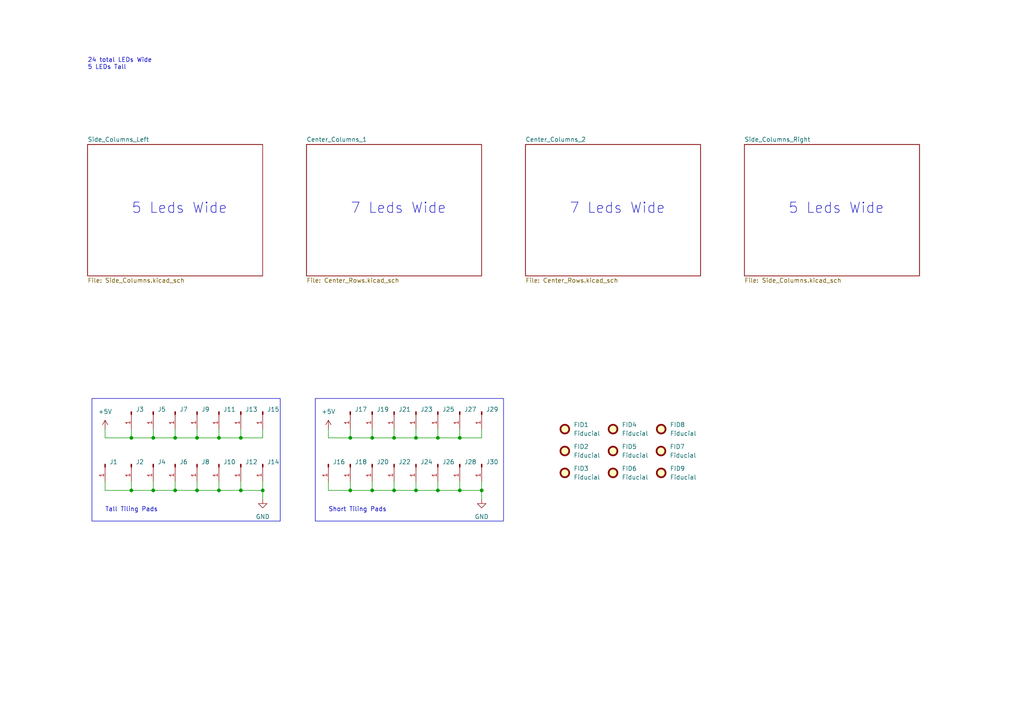
<source format=kicad_sch>
(kicad_sch (version 20230121) (generator eeschema)
  (paper "A4")
  (lib_symbols
    (symbol "Connector:Conn_01x01_Pin" (pin_names (offset 1.016) hide)
      (property "Reference" "J" (at 0 2.54 0))
      (property "Value" "Conn_01x01_Pin" (at 0 -2.54 0))
      (symbol "Conn_01x01_Pin_1_1"
        (polyline (pts (xy 1.27 0) (xy 0.8636 0)) (stroke (width 0.1524)))
        (rectangle (start 0.8636 0.127) (end 0 -0.127) (stroke (width 0.1524)) (fill (type outline)))
        (pin passive line (at 5.08 0 180) (length 3.81) (name "Pin_1") (number "1"))
      )
    )
    (symbol "Mechanical:Fiducial"
      (property "Reference" "FID" (at 0 5.08 0))
      (property "Value" "Fiducial" (at 0 3.175 0))
      (symbol "Fiducial_0_1"
        (circle (center 0 0) (radius 1.27) (stroke (width 0.508)) (fill (type background)))
      )
    )
    (symbol "power:+5V" (power) (pin_names (offset 0))
      (property "Value" "+5V" (at 0 3.556 0))
      (symbol "+5V_0_1"
        (polyline (pts (xy -0.762 1.27) (xy 0 2.54)))
        (polyline (pts (xy 0 0) (xy 0 2.54)))
        (polyline (pts (xy 0 2.54) (xy 0.762 1.27)))
      )
      (symbol "+5V_1_1"
        (pin power_in line (at 0 0 90) (length 0) hide (name "+5V") (number "1"))
      )
    )
    (symbol "power:GND" (power) (pin_names (offset 0))
      (property "Value" "GND" (at 0 -3.81 0))
      (symbol "GND_0_1"
        (polyline (pts (xy 0 0) (xy 0 -1.27) (xy 1.27 -1.27) (xy 0 -2.54) (xy -1.27 -1.27) (xy 0 -1.27)))
      )
      (symbol "GND_1_1"
        (pin power_in line (at 0 0 270) (length 0) hide (name "GND") (number "1"))
      )
    )
  )
  (junction (at 57.15 142.24))
  (junction (at 114.3 142.24))
  (junction (at 63.5 142.24))
  (junction (at 127 127))
  (junction (at 69.85 127))
  (junction (at 101.6 142.24))
  (junction (at 50.8 127))
  (junction (at 38.1 142.24))
  (junction (at 69.85 142.24))
  (junction (at 139.7 142.24))
  (junction (at 44.45 142.24))
  (junction (at 76.2 142.24))
  (junction (at 120.65 142.24))
  (junction (at 50.8 142.24))
  (junction (at 101.6 127))
  (junction (at 38.1 127))
  (junction (at 127 142.24))
  (junction (at 44.45 127))
  (junction (at 63.5 127))
  (junction (at 57.15 127))
  (junction (at 107.95 127))
  (junction (at 114.3 127))
  (junction (at 133.35 127))
  (junction (at 107.95 142.24))
  (junction (at 133.35 142.24))
  (junction (at 120.65 127))
  (wire (pts (xy 133.35 142.24) (xy 139.7 142.24)))
  (wire (pts (xy 101.6 139.7) (xy 101.6 142.24)))
  (wire (pts (xy 95.25 127) (xy 101.6 127)))
  (wire (pts (xy 107.95 127) (xy 114.3 127)))
  (wire (pts (xy 63.5 139.7) (xy 63.5 142.24)))
  (wire (pts (xy 101.6 142.24) (xy 107.95 142.24)))
  (wire (pts (xy 76.2 139.7) (xy 76.2 142.24)))
  (wire (pts (xy 30.48 139.7) (xy 30.48 142.24)))
  (wire (pts (xy 127 124.46) (xy 127 127)))
  (wire (pts (xy 120.65 139.7) (xy 120.65 142.24)))
  (wire (pts (xy 114.3 127) (xy 120.65 127)))
  (wire (pts (xy 95.25 139.7) (xy 95.25 142.24)))
  (wire (pts (xy 76.2 124.46) (xy 76.2 127)))
  (wire (pts (xy 101.6 124.46) (xy 101.6 127)))
  (wire (pts (xy 38.1 127) (xy 44.45 127)))
  (wire (pts (xy 63.5 124.46) (xy 63.5 127)))
  (wire (pts (xy 69.85 127) (xy 76.2 127)))
  (wire (pts (xy 107.95 124.46) (xy 107.95 127)))
  (wire (pts (xy 50.8 124.46) (xy 50.8 127)))
  (wire (pts (xy 69.85 142.24) (xy 76.2 142.24)))
  (wire (pts (xy 107.95 142.24) (xy 114.3 142.24)))
  (wire (pts (xy 95.25 124.46) (xy 95.25 127)))
  (wire (pts (xy 38.1 139.7) (xy 38.1 142.24)))
  (wire (pts (xy 30.48 127) (xy 38.1 127)))
  (wire (pts (xy 139.7 124.46) (xy 139.7 127)))
  (wire (pts (xy 114.3 139.7) (xy 114.3 142.24)))
  (wire (pts (xy 50.8 127) (xy 57.15 127)))
  (wire (pts (xy 127 127) (xy 133.35 127)))
  (wire (pts (xy 44.45 124.46) (xy 44.45 127)))
  (wire (pts (xy 133.35 127) (xy 139.7 127)))
  (wire (pts (xy 44.45 142.24) (xy 50.8 142.24)))
  (wire (pts (xy 139.7 142.24) (xy 139.7 144.78)))
  (wire (pts (xy 30.48 124.46) (xy 30.48 127)))
  (wire (pts (xy 133.35 139.7) (xy 133.35 142.24)))
  (wire (pts (xy 63.5 127) (xy 69.85 127)))
  (wire (pts (xy 120.65 127) (xy 127 127)))
  (wire (pts (xy 95.25 142.24) (xy 101.6 142.24)))
  (wire (pts (xy 114.3 124.46) (xy 114.3 127)))
  (wire (pts (xy 44.45 139.7) (xy 44.45 142.24)))
  (wire (pts (xy 38.1 142.24) (xy 44.45 142.24)))
  (wire (pts (xy 139.7 142.24) (xy 139.7 139.7)))
  (wire (pts (xy 57.15 124.46) (xy 57.15 127)))
  (wire (pts (xy 50.8 142.24) (xy 57.15 142.24)))
  (wire (pts (xy 120.65 142.24) (xy 127 142.24)))
  (wire (pts (xy 133.35 124.46) (xy 133.35 127)))
  (wire (pts (xy 30.48 142.24) (xy 38.1 142.24)))
  (wire (pts (xy 114.3 142.24) (xy 120.65 142.24)))
  (wire (pts (xy 38.1 124.46) (xy 38.1 127)))
  (wire (pts (xy 69.85 139.7) (xy 69.85 142.24)))
  (wire (pts (xy 127 139.7) (xy 127 142.24)))
  (wire (pts (xy 57.15 139.7) (xy 57.15 142.24)))
  (wire (pts (xy 76.2 142.24) (xy 76.2 144.78)))
  (wire (pts (xy 101.6 127) (xy 107.95 127)))
  (wire (pts (xy 69.85 124.46) (xy 69.85 127)))
  (wire (pts (xy 57.15 127) (xy 63.5 127)))
  (wire (pts (xy 44.45 127) (xy 50.8 127)))
  (wire (pts (xy 63.5 142.24) (xy 69.85 142.24)))
  (wire (pts (xy 120.65 124.46) (xy 120.65 127)))
  (wire (pts (xy 127 142.24) (xy 133.35 142.24)))
  (wire (pts (xy 50.8 139.7) (xy 50.8 142.24)))
  (wire (pts (xy 107.95 139.7) (xy 107.95 142.24)))
  (wire (pts (xy 57.15 142.24) (xy 63.5 142.24)))
  (rectangle (start 26.67 115.57) (end 81.28 151.13))
  (rectangle (start 91.44 115.57) (end 146.05 151.13))
  (text "Tall Tiling Pads\n" (at 30.48 148.59 0) (effects (font (size 1.27 1.27)) (justify left bottom)))
  (text "24 total LEDs Wide\n5 LEDs Tall" (at 25.4 20.32 0) (effects (font (size 1.27 1.27)) (justify left bottom)))
  (text "Short Tiling Pads\n" (at 95.25 148.59 0) (effects (font (size 1.27 1.27)) (justify left bottom)))
  (text "7 Leds Wide" (at 165.1 62.23 0) (effects (font (size 3 3)) (justify left bottom)))
  (text "5 Leds Wide" (at 228.6 62.23 0) (effects (font (size 3 3)) (justify left bottom)))
  (text "7 Leds Wide" (at 101.6 62.23 0) (effects (font (size 3 3)) (justify left bottom)))
  (text "5 Leds Wide" (at 38.1 62.23 0) (effects (font (size 3 3)) (justify left bottom)))
  (symbol (lib_id "Mechanical:Fiducial") (at 191.77 137.16 0) (unit 1)
    (property "Reference" "FID9" (at 194.31 135.89 0) (effects (justify left)))
    (property "Value" "Fiducial" (at 194.31 138.43 0) (effects (justify left)))
    (property "Footprint" "Fiducial:Fiducial_1.5mm_Mask3mm" (effects hide))
  )
  (symbol (lib_id "Mechanical:Fiducial") (at 163.83 137.16 0) (unit 1)
    (property "Reference" "FID3" (at 166.37 135.89 0) (effects (justify left)))
    (property "Value" "Fiducial" (at 166.37 138.43 0) (effects (justify left)))
    (property "Footprint" "Fiducial:Fiducial_1.5mm_Mask3mm" (effects hide))
  )
  (symbol (lib_id "Mechanical:Fiducial") (at 163.83 130.81 0) (unit 1)
    (property "Reference" "FID2" (at 166.37 129.54 0) (effects (justify left)))
    (property "Value" "Fiducial" (at 166.37 132.08 0) (effects (justify left)))
    (property "Footprint" "Fiducial:Fiducial_1.5mm_Mask3mm" (effects hide))
  )
  (symbol (lib_id "Mechanical:Fiducial") (at 191.7067 130.8207 0) (unit 1)
    (property "Reference" "FID7" (at 194.2467 129.5507 0) (effects (justify left)))
    (property "Value" "Fiducial" (at 194.2467 132.0907 0) (effects (justify left)))
    (property "Footprint" "Fiducial:Fiducial_1.5mm_Mask3mm" (effects hide))
  )
  (symbol (lib_id "Connector:Conn_01x01_Pin") (at 114.3 134.62 270) (unit 1)
    (property "Reference" "J22" (at 115.57 133.985 90) (effects (justify left)))
    (property "Value" "Conn_01x01_Pin" (effects hide))
    (property "Footprint" "Dustins_Footprints:SnowBoard Power Pads Short" (effects hide))
  )
  (symbol (lib_id "Connector:Conn_01x01_Pin") (at 50.8 134.62 270) (unit 1)
    (property "Reference" "J6" (at 52.07 133.985 90) (effects (justify left)))
    (property "Value" "Conn_01x01_Pin" (effects hide))
    (property "Footprint" "Dustins_Footprints:SnowBoard Power Pads" (effects hide))
  )
  (symbol (lib_id "Connector:Conn_01x01_Pin") (at 133.35 134.62 270) (unit 1)
    (property "Reference" "J28" (at 134.62 133.985 90) (effects (justify left)))
    (property "Value" "Conn_01x01_Pin" (effects hide))
    (property "Footprint" "Dustins_Footprints:SnowBoard Power Pads Short" (effects hide))
  )
  (symbol (lib_id "Connector:Conn_01x01_Pin") (at 38.1 134.62 270) (unit 1)
    (property "Reference" "J2" (at 39.37 133.985 90) (effects (justify left)))
    (property "Value" "Conn_01x01_Pin" (effects hide))
    (property "Footprint" "Dustins_Footprints:SnowBoard Power Pads" (effects hide))
  )
  (symbol (lib_id "Connector:Conn_01x01_Pin") (at 101.6 134.62 270) (unit 1)
    (property "Reference" "J18" (at 102.87 133.985 90) (effects (justify left)))
    (property "Value" "Conn_01x01_Pin" (effects hide))
    (property "Footprint" "Dustins_Footprints:SnowBoard Power Pads Short" (effects hide))
  )
  (symbol (lib_id "Connector:Conn_01x01_Pin") (at 76.2 134.62 270) (unit 1)
    (property "Reference" "J14" (at 77.47 133.985 90) (effects (justify left)))
    (property "Value" "Conn_01x01_Pin" (effects hide))
    (property "Footprint" "Dustins_Footprints:SnowBoard Power Pads" (effects hide))
  )
  (symbol (lib_id "Connector:Conn_01x01_Pin") (at 133.35 119.38 270) (unit 1)
    (property "Reference" "J27" (at 134.62 118.745 90) (effects (justify left)))
    (property "Value" "Conn_01x01_Pin" (effects hide))
    (property "Footprint" "Dustins_Footprints:SnowBoard Power Pads Short" (effects hide))
  )
  (symbol (lib_id "Connector:Conn_01x01_Pin") (at 76.2 119.38 270) (unit 1)
    (property "Reference" "J15" (at 77.47 118.745 90) (effects (justify left)))
    (property "Value" "Conn_01x01_Pin" (effects hide))
    (property "Footprint" "Dustins_Footprints:SnowBoard Power Pads" (effects hide))
  )
  (symbol (lib_id "Connector:Conn_01x01_Pin") (at 44.45 134.62 270) (unit 1)
    (property "Reference" "J4" (at 45.72 133.985 90) (effects (justify left)))
    (property "Value" "Conn_01x01_Pin" (effects hide))
    (property "Footprint" "Dustins_Footprints:SnowBoard Power Pads" (effects hide))
  )
  (symbol (lib_id "power:GND") (at 76.2 144.78 0) (unit 1)
    (property "Reference" "#PWR018" (effects hide))
    (property "Value" "GND" (at 76.2 149.86 0))
  )
  (symbol (lib_id "Mechanical:Fiducial") (at 177.8 130.81 0) (unit 1)
    (property "Reference" "FID5" (at 180.34 129.54 0) (effects (justify left)))
    (property "Value" "Fiducial" (at 180.34 132.08 0) (effects (justify left)))
    (property "Footprint" "Fiducial:Fiducial_1.5mm_Mask3mm" (effects hide))
  )
  (symbol (lib_id "Connector:Conn_01x01_Pin") (at 127 134.62 270) (unit 1)
    (property "Reference" "J26" (at 128.27 133.985 90) (effects (justify left)))
    (property "Value" "Conn_01x01_Pin" (effects hide))
    (property "Footprint" "Dustins_Footprints:SnowBoard Power Pads Short" (effects hide))
  )
  (symbol (lib_id "Connector:Conn_01x01_Pin") (at 57.15 119.38 270) (unit 1)
    (property "Reference" "J9" (at 58.42 118.745 90) (effects (justify left)))
    (property "Value" "Conn_01x01_Pin" (effects hide))
    (property "Footprint" "Dustins_Footprints:SnowBoard Power Pads" (effects hide))
  )
  (symbol (lib_id "power:+5V") (at 30.48 124.46 0) (unit 1)
    (property "Reference" "#PWR01" (effects hide))
    (property "Value" "+5V" (at 30.48 119.38 0))
  )
  (symbol (lib_id "Connector:Conn_01x01_Pin") (at 127 119.38 270) (unit 1)
    (property "Reference" "J25" (at 128.27 118.745 90) (effects (justify left)))
    (property "Value" "Conn_01x01_Pin" (effects hide))
    (property "Footprint" "Dustins_Footprints:SnowBoard Power Pads Short" (effects hide))
  )
  (symbol (lib_id "Connector:Conn_01x01_Pin") (at 107.95 134.62 270) (unit 1)
    (property "Reference" "J20" (at 109.22 133.985 90) (effects (justify left)))
    (property "Value" "Conn_01x01_Pin" (effects hide))
    (property "Footprint" "Dustins_Footprints:SnowBoard Power Pads Short" (effects hide))
  )
  (symbol (lib_id "Connector:Conn_01x01_Pin") (at 44.45 119.38 270) (unit 1)
    (property "Reference" "J5" (at 45.72 118.745 90) (effects (justify left)))
    (property "Value" "Conn_01x01_Pin" (effects hide))
    (property "Footprint" "Dustins_Footprints:SnowBoard Power Pads" (effects hide))
  )
  (symbol (lib_id "Connector:Conn_01x01_Pin") (at 57.15 134.62 270) (unit 1)
    (property "Reference" "J8" (at 58.42 133.985 90) (effects (justify left)))
    (property "Value" "Conn_01x01_Pin" (effects hide))
    (property "Footprint" "Dustins_Footprints:SnowBoard Power Pads" (effects hide))
  )
  (symbol (lib_id "Mechanical:Fiducial") (at 191.77 124.46 0) (unit 1)
    (property "Reference" "FID8" (at 194.31 123.19 0) (effects (justify left)))
    (property "Value" "Fiducial" (at 194.31 125.73 0) (effects (justify left)))
    (property "Footprint" "Fiducial:Fiducial_1.5mm_Mask3mm" (effects hide))
  )
  (symbol (lib_id "Connector:Conn_01x01_Pin") (at 114.3 119.38 270) (unit 1)
    (property "Reference" "J21" (at 115.57 118.745 90) (effects (justify left)))
    (property "Value" "Conn_01x01_Pin" (effects hide))
    (property "Footprint" "Dustins_Footprints:SnowBoard Power Pads Short" (effects hide))
  )
  (symbol (lib_id "Connector:Conn_01x01_Pin") (at 63.5 134.62 270) (unit 1)
    (property "Reference" "J10" (at 64.77 133.985 90) (effects (justify left)))
    (property "Value" "Conn_01x01_Pin" (effects hide))
    (property "Footprint" "Dustins_Footprints:SnowBoard Power Pads" (effects hide))
  )
  (symbol (lib_id "Connector:Conn_01x01_Pin") (at 107.95 119.38 270) (unit 1)
    (property "Reference" "J19" (at 109.22 118.745 90) (effects (justify left)))
    (property "Value" "Conn_01x01_Pin" (effects hide))
    (property "Footprint" "Dustins_Footprints:SnowBoard Power Pads Short" (effects hide))
  )
  (symbol (lib_id "Connector:Conn_01x01_Pin") (at 139.7 134.62 270) (unit 1)
    (property "Reference" "J30" (at 140.97 133.985 90) (effects (justify left)))
    (property "Value" "Conn_01x01_Pin" (effects hide))
    (property "Footprint" "Dustins_Footprints:SnowBoard Power Pads Short" (effects hide))
  )
  (symbol (lib_id "power:GND") (at 139.7 144.78 0) (unit 1)
    (property "Reference" "#PWR02" (effects hide))
    (property "Value" "GND" (at 139.7 149.86 0))
  )
  (symbol (lib_id "Connector:Conn_01x01_Pin") (at 139.7 119.38 270) (unit 1)
    (property "Reference" "J29" (at 140.97 118.745 90) (effects (justify left)))
    (property "Value" "Conn_01x01_Pin" (effects hide))
    (property "Footprint" "Dustins_Footprints:SnowBoard Power Pads Short" (effects hide))
  )
  (symbol (lib_id "Connector:Conn_01x01_Pin") (at 69.85 134.62 270) (unit 1)
    (property "Reference" "J12" (at 71.12 133.985 90) (effects (justify left)))
    (property "Value" "Conn_01x01_Pin" (effects hide))
    (property "Footprint" "Dustins_Footprints:SnowBoard Power Pads" (effects hide))
  )
  (symbol (lib_id "Connector:Conn_01x01_Pin") (at 38.1 119.38 270) (unit 1)
    (property "Reference" "J3" (at 39.37 118.745 90) (effects (justify left)))
    (property "Value" "Conn_01x01_Pin" (effects hide))
    (property "Footprint" "Dustins_Footprints:SnowBoard Power Pads" (effects hide))
  )
  (symbol (lib_id "Connector:Conn_01x01_Pin") (at 30.48 134.62 270) (unit 1)
    (property "Reference" "J1" (at 31.75 133.985 90) (effects (justify left)))
    (property "Value" "Conn_01x01_Pin" (effects hide))
    (property "Footprint" "Dustins_Footprints:SnowBoard Power Pads" (effects hide))
  )
  (symbol (lib_id "Connector:Conn_01x01_Pin") (at 63.5 119.38 270) (unit 1)
    (property "Reference" "J11" (at 64.77 118.745 90) (effects (justify left)))
    (property "Value" "Conn_01x01_Pin" (effects hide))
    (property "Footprint" "Dustins_Footprints:SnowBoard Power Pads" (effects hide))
  )
  (symbol (lib_id "Connector:Conn_01x01_Pin") (at 101.6 119.38 270) (unit 1)
    (property "Reference" "J17" (at 102.87 118.745 90) (effects (justify left)))
    (property "Value" "Conn_01x01_Pin" (effects hide))
    (property "Footprint" "Dustins_Footprints:SnowBoard Power Pads Short" (effects hide))
  )
  (symbol (lib_id "Mechanical:Fiducial") (at 177.8 124.46 0) (unit 1)
    (property "Reference" "FID4" (at 180.34 123.19 0) (effects (justify left)))
    (property "Value" "Fiducial" (at 180.34 125.73 0) (effects (justify left)))
    (property "Footprint" "Fiducial:Fiducial_1.5mm_Mask3mm" (effects hide))
  )
  (symbol (lib_id "Mechanical:Fiducial") (at 163.83 124.46 0) (unit 1)
    (property "Reference" "FID1" (at 166.37 123.19 0) (effects (justify left)))
    (property "Value" "Fiducial" (at 166.37 125.73 0) (effects (justify left)))
    (property "Footprint" "Fiducial:Fiducial_1.5mm_Mask3mm" (effects hide))
  )
  (symbol (lib_id "Connector:Conn_01x01_Pin") (at 120.65 119.38 270) (unit 1)
    (property "Reference" "J23" (at 121.92 118.745 90) (effects (justify left)))
    (property "Value" "Conn_01x01_Pin" (effects hide))
    (property "Footprint" "Dustins_Footprints:SnowBoard Power Pads Short" (effects hide))
  )
  (symbol (lib_id "Connector:Conn_01x01_Pin") (at 95.25 134.62 270) (unit 1)
    (property "Reference" "J16" (at 96.52 133.985 90) (effects (justify left)))
    (property "Value" "Conn_01x01_Pin" (effects hide))
    (property "Footprint" "Dustins_Footprints:SnowBoard Power Pads Short" (effects hide))
  )
  (symbol (lib_id "Connector:Conn_01x01_Pin") (at 120.65 134.62 270) (unit 1)
    (property "Reference" "J24" (at 121.92 133.985 90) (effects (justify left)))
    (property "Value" "Conn_01x01_Pin" (effects hide))
    (property "Footprint" "Dustins_Footprints:SnowBoard Power Pads Short" (effects hide))
  )
  (symbol (lib_id "power:+5V") (at 95.25 124.46 0) (unit 1)
    (property "Reference" "#PWR017" (effects hide))
    (property "Value" "+5V" (at 95.25 119.38 0))
  )
  (symbol (lib_id "Connector:Conn_01x01_Pin") (at 50.8 119.38 270) (unit 1)
    (property "Reference" "J7" (at 52.07 118.745 90) (effects (justify left)))
    (property "Value" "Conn_01x01_Pin" (effects hide))
    (property "Footprint" "Dustins_Footprints:SnowBoard Power Pads" (effects hide))
  )
  (symbol (lib_id "Mechanical:Fiducial") (at 177.8 137.16 0) (unit 1)
    (property "Reference" "FID6" (at 180.34 135.89 0) (effects (justify left)))
    (property "Value" "Fiducial" (at 180.34 138.43 0) (effects (justify left)))
    (property "Footprint" "Fiducial:Fiducial_1.5mm_Mask3mm" (effects hide))
  )
  (symbol (lib_id "Connector:Conn_01x01_Pin") (at 69.85 119.38 270) (unit 1)
    (property "Reference" "J13" (at 71.12 118.745 90) (effects (justify left)))
    (property "Value" "Conn_01x01_Pin" (effects hide))
    (property "Footprint" "Dustins_Footprints:SnowBoard Power Pads" (effects hide))
  )
  (sheet (at 215.9 41.91) (size 50.8 38.1) (stroke (width 0.1524))
    (property "Sheetname" "Side_Columns_Right" (at 215.9 41.1984 0) (effects (justify left bottom)))
    (property "Sheetfile" "Side_Columns.kicad_sch" (at 215.9 80.5946 0) (effects (justify left top)))
  )
  (sheet (at 88.9 41.91) (size 50.8 38.1) (stroke (width 0.1524))
    (property "Sheetname" "Center_Columns_1" (at 88.9 41.1984 0) (effects (justify left bottom)))
    (property "Sheetfile" "Center_Rows.kicad_sch" (at 88.9 80.5946 0) (effects (justify left top)))
  )
  (sheet (at 152.4 41.91) (size 50.8 38.1) (stroke (width 0.1524))
    (property "Sheetname" "Center_Columns_2" (at 152.4 41.1984 0) (effects (justify left bottom)))
    (property "Sheetfile" "Center_Rows.kicad_sch" (at 152.4 80.5946 0) (effects (justify left top)))
  )
  (sheet (at 25.4 41.91) (size 50.8 38.1) (stroke (width 0.1524))
    (property "Sheetname" "Side_Columns_Left" (at 25.4 41.1984 0) (effects (justify left bottom)))
    (property "Sheetfile" "Side_Columns.kicad_sch" (at 25.4 80.5946 0) (effects (justify left top)))
  )
)
</source>
